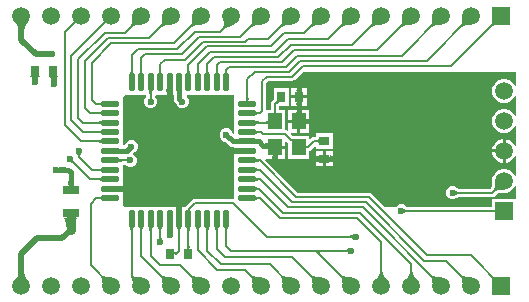
<source format=gtl>
G04*
G04 #@! TF.GenerationSoftware,Altium Limited,Altium Designer,22.4.2 (48)*
G04*
G04 Layer_Physical_Order=1*
G04 Layer_Color=255*
%FSLAX26Y26*%
%MOIN*%
G70*
G04*
G04 #@! TF.SameCoordinates,6CEC26E3-1FB6-4E6F-AFBB-73261986176E*
G04*
G04*
G04 #@! TF.FilePolarity,Positive*
G04*
G01*
G75*
%ADD13C,0.007874*%
%ADD14R,0.031496X0.037402*%
%ADD15R,0.037402X0.031496*%
%ADD16O,0.062992X0.021654*%
%ADD17O,0.021654X0.062992*%
%ADD18R,0.047244X0.055118*%
%ADD19R,0.053150X0.031496*%
%ADD29C,0.015748*%
%ADD30C,0.019685*%
%ADD31C,0.031496*%
%ADD32C,0.059055*%
%ADD33R,0.059055X0.059055*%
%ADD34R,0.059055X0.059055*%
%ADD35C,0.023622*%
G36*
X1681728Y971774D02*
X1681116Y972219D01*
X1680392Y972442D01*
X1679557D01*
X1678610Y972219D01*
X1677552Y971774D01*
X1676383Y971106D01*
X1675102Y970215D01*
X1673710Y969101D01*
X1670592Y966206D01*
X1665025Y971774D01*
X1666584Y973388D01*
X1669034Y976284D01*
X1669924Y977564D01*
X1670592Y978733D01*
X1671038Y979791D01*
X1671261Y980738D01*
Y981573D01*
X1671038Y982297D01*
X1670592Y982909D01*
X1681728Y971774D01*
D02*
G37*
G36*
X1599705Y971655D02*
X1595186Y971632D01*
X1587152Y971170D01*
X1583636Y970731D01*
X1580455Y970153D01*
X1577608Y969435D01*
X1575096Y968579D01*
X1572917Y967584D01*
X1571073Y966450D01*
X1569564Y965177D01*
X1563996Y970745D01*
X1565269Y972254D01*
X1566403Y974098D01*
X1567398Y976277D01*
X1568254Y978789D01*
X1568972Y981636D01*
X1569550Y984817D01*
X1569989Y988333D01*
X1570451Y996367D01*
X1570474Y1000886D01*
X1599705Y971655D01*
D02*
G37*
G36*
X1499705D02*
X1495186Y971632D01*
X1487152Y971170D01*
X1483636Y970731D01*
X1480455Y970153D01*
X1477608Y969435D01*
X1475096Y968579D01*
X1472917Y967584D01*
X1471073Y966450D01*
X1469564Y965177D01*
X1463996Y970745D01*
X1465269Y972254D01*
X1466403Y974098D01*
X1467398Y976277D01*
X1468254Y978789D01*
X1468972Y981636D01*
X1469550Y984817D01*
X1469989Y988333D01*
X1470451Y996367D01*
X1470474Y1000886D01*
X1499705Y971655D01*
D02*
G37*
G36*
X1399705D02*
X1395186Y971632D01*
X1387152Y971170D01*
X1383636Y970731D01*
X1380455Y970153D01*
X1377608Y969435D01*
X1375096Y968579D01*
X1372917Y967584D01*
X1371073Y966450D01*
X1369564Y965177D01*
X1363996Y970745D01*
X1365269Y972254D01*
X1366403Y974098D01*
X1367398Y976277D01*
X1368254Y978789D01*
X1368972Y981636D01*
X1369550Y984817D01*
X1369989Y988333D01*
X1370451Y996367D01*
X1370474Y1000886D01*
X1399705Y971655D01*
D02*
G37*
G36*
X1299705D02*
X1295186Y971632D01*
X1287152Y971170D01*
X1283636Y970731D01*
X1280455Y970153D01*
X1277608Y969435D01*
X1275096Y968579D01*
X1272917Y967584D01*
X1271073Y966450D01*
X1269564Y965177D01*
X1263996Y970745D01*
X1265269Y972254D01*
X1266403Y974098D01*
X1267398Y976277D01*
X1268254Y978789D01*
X1268972Y981636D01*
X1269550Y984817D01*
X1269989Y988333D01*
X1270451Y996367D01*
X1270474Y1000886D01*
X1299705Y971655D01*
D02*
G37*
G36*
X1199705D02*
X1195186Y971632D01*
X1187152Y971170D01*
X1183636Y970731D01*
X1180455Y970153D01*
X1177608Y969435D01*
X1175096Y968579D01*
X1172917Y967584D01*
X1171073Y966450D01*
X1169564Y965177D01*
X1163996Y970745D01*
X1165269Y972254D01*
X1166403Y974098D01*
X1167398Y976277D01*
X1168254Y978789D01*
X1168972Y981636D01*
X1169550Y984817D01*
X1169989Y988333D01*
X1170451Y996367D01*
X1170474Y1000886D01*
X1199705Y971655D01*
D02*
G37*
G36*
X1099705D02*
X1095186Y971632D01*
X1087152Y971170D01*
X1083636Y970731D01*
X1080455Y970153D01*
X1077608Y969435D01*
X1075096Y968579D01*
X1072917Y967584D01*
X1071073Y966450D01*
X1069564Y965177D01*
X1063996Y970745D01*
X1065269Y972254D01*
X1066403Y974098D01*
X1067398Y976277D01*
X1068254Y978789D01*
X1068972Y981636D01*
X1069550Y984817D01*
X1069989Y988333D01*
X1070451Y996367D01*
X1070474Y1000886D01*
X1099705Y971655D01*
D02*
G37*
G36*
X999705D02*
X995186Y971632D01*
X987152Y971170D01*
X983636Y970731D01*
X980455Y970153D01*
X977608Y969435D01*
X975096Y968579D01*
X972917Y967584D01*
X971073Y966450D01*
X969564Y965177D01*
X963996Y970745D01*
X965269Y972254D01*
X966403Y974098D01*
X967398Y976277D01*
X968254Y978789D01*
X968972Y981636D01*
X969550Y984817D01*
X969989Y988333D01*
X970451Y996367D01*
X970474Y1000886D01*
X999705Y971655D01*
D02*
G37*
G36*
X899705D02*
X895186Y971632D01*
X887152Y971170D01*
X883636Y970731D01*
X880455Y970153D01*
X877608Y969435D01*
X875096Y968579D01*
X872917Y967584D01*
X871073Y966450D01*
X869564Y965177D01*
X863996Y970745D01*
X865269Y972254D01*
X866403Y974098D01*
X867398Y976277D01*
X868254Y978789D01*
X868972Y981636D01*
X869550Y984817D01*
X869989Y988333D01*
X870451Y996367D01*
X870474Y1000886D01*
X899705Y971655D01*
D02*
G37*
G36*
X699705D02*
X695186Y971632D01*
X687152Y971170D01*
X683636Y970731D01*
X680455Y970153D01*
X677608Y969435D01*
X675096Y968579D01*
X672917Y967584D01*
X671073Y966450D01*
X669564Y965177D01*
X663996Y970745D01*
X665269Y972254D01*
X666403Y974098D01*
X667398Y976277D01*
X668254Y978789D01*
X668972Y981636D01*
X669550Y984817D01*
X669989Y988333D01*
X670451Y996367D01*
X670474Y1000886D01*
X699705Y971655D01*
D02*
G37*
G36*
X599705D02*
X595186Y971632D01*
X587152Y971170D01*
X583636Y970731D01*
X580455Y970153D01*
X577608Y969435D01*
X575096Y968579D01*
X572917Y967584D01*
X571073Y966450D01*
X569564Y965177D01*
X563996Y970745D01*
X565269Y972254D01*
X566403Y974098D01*
X567398Y976277D01*
X568254Y978789D01*
X568972Y981636D01*
X569550Y984817D01*
X569989Y988333D01*
X570451Y996367D01*
X570474Y1000886D01*
X599705Y971655D01*
D02*
G37*
G36*
X499705D02*
X495186Y971632D01*
X487152Y971170D01*
X483636Y970731D01*
X480455Y970153D01*
X477608Y969435D01*
X475096Y968579D01*
X472917Y967584D01*
X471073Y966450D01*
X469564Y965177D01*
X463996Y970745D01*
X465269Y972254D01*
X466403Y974098D01*
X467398Y976277D01*
X468254Y978789D01*
X468972Y981636D01*
X469550Y984817D01*
X469989Y988333D01*
X470451Y996367D01*
X470474Y1000886D01*
X499705Y971655D01*
D02*
G37*
G36*
X809045Y973073D02*
X803854Y971377D01*
X780622Y962310D01*
X779175Y961415D01*
X778197Y960621D01*
X770755Y964315D01*
X772201Y966020D01*
X773356Y967953D01*
X774218Y970112D01*
X774789Y972499D01*
X775067Y975111D01*
X775053Y977951D01*
X774748Y981017D01*
X774150Y984310D01*
X773260Y987829D01*
X772079Y991575D01*
X809045Y973073D01*
D02*
G37*
G36*
X118612Y977939D02*
X116772Y975720D01*
X115148Y973435D01*
X113740Y971085D01*
X112549Y968671D01*
X111575Y966192D01*
X110817Y963648D01*
X110276Y961038D01*
X109951Y958365D01*
X109843Y955626D01*
X90157D01*
X90049Y958365D01*
X89724Y961038D01*
X89183Y963648D01*
X88425Y966192D01*
X87451Y968671D01*
X86260Y971085D01*
X84852Y973435D01*
X83228Y975720D01*
X81388Y977939D01*
X79331Y980094D01*
X120669D01*
X118612Y977939D01*
D02*
G37*
G36*
X786456Y816019D02*
X786763Y812634D01*
X787032Y811258D01*
X787378Y810095D01*
X787800Y809143D01*
X788300Y808402D01*
X788876Y807873D01*
X789529Y807556D01*
X790259Y807450D01*
X774702D01*
X775432Y807556D01*
X776085Y807873D01*
X776661Y808402D01*
X777160Y809143D01*
X777583Y810095D01*
X777929Y811258D01*
X778198Y812634D01*
X778390Y814221D01*
X778505Y816019D01*
X778543Y818029D01*
X786417D01*
X786456Y816019D01*
D02*
G37*
G36*
X754960D02*
X755267Y812634D01*
X755536Y811258D01*
X755882Y810095D01*
X756304Y809143D01*
X756804Y808402D01*
X757380Y807873D01*
X758033Y807556D01*
X758763Y807450D01*
X743206D01*
X743935Y807556D01*
X744588Y807873D01*
X745165Y808402D01*
X745664Y809143D01*
X746087Y810095D01*
X746433Y811258D01*
X746702Y812634D01*
X746894Y814221D01*
X747009Y816019D01*
X747047Y818029D01*
X754921D01*
X754960Y816019D01*
D02*
G37*
G36*
X723464D02*
X723771Y812634D01*
X724040Y811258D01*
X724386Y810095D01*
X724808Y809143D01*
X725308Y808402D01*
X725884Y807873D01*
X726537Y807556D01*
X727267Y807450D01*
X711709D01*
X712439Y807556D01*
X713092Y807873D01*
X713669Y808402D01*
X714168Y809143D01*
X714591Y810095D01*
X714937Y811258D01*
X715205Y812634D01*
X715398Y814221D01*
X715513Y816019D01*
X715551Y818029D01*
X723425D01*
X723464Y816019D01*
D02*
G37*
G36*
X691968D02*
X692275Y812634D01*
X692544Y811258D01*
X692890Y810095D01*
X693312Y809143D01*
X693812Y808402D01*
X694388Y807873D01*
X695041Y807556D01*
X695771Y807450D01*
X680213D01*
X680943Y807556D01*
X681596Y807873D01*
X682173Y808402D01*
X682672Y809143D01*
X683095Y810095D01*
X683441Y811258D01*
X683709Y812634D01*
X683902Y814221D01*
X684017Y816019D01*
X684055Y818029D01*
X691929D01*
X691968Y816019D01*
D02*
G37*
G36*
X660471D02*
X660779Y812634D01*
X661048Y811258D01*
X661394Y810095D01*
X661816Y809143D01*
X662316Y808402D01*
X662892Y807873D01*
X663545Y807556D01*
X664275Y807450D01*
X648717D01*
X649447Y807556D01*
X650100Y807873D01*
X650677Y808402D01*
X651176Y809143D01*
X651599Y810095D01*
X651944Y811258D01*
X652213Y812634D01*
X652405Y814221D01*
X652521Y816019D01*
X652559Y818029D01*
X660433D01*
X660471Y816019D01*
D02*
G37*
G36*
X565983D02*
X566291Y812634D01*
X566560Y811258D01*
X566905Y810095D01*
X567328Y809143D01*
X567827Y808402D01*
X568404Y807873D01*
X569057Y807556D01*
X569787Y807450D01*
X554229D01*
X554959Y807556D01*
X555612Y807873D01*
X556188Y808402D01*
X556688Y809143D01*
X557111Y810095D01*
X557456Y811258D01*
X557725Y812634D01*
X557917Y814221D01*
X558033Y816019D01*
X558071Y818029D01*
X565945D01*
X565983Y816019D01*
D02*
G37*
G36*
X502991D02*
X503299Y812634D01*
X503567Y811258D01*
X503913Y810095D01*
X504336Y809143D01*
X504835Y808402D01*
X505412Y807873D01*
X506065Y807556D01*
X506795Y807450D01*
X491237D01*
X491967Y807556D01*
X492620Y807873D01*
X493196Y808402D01*
X493696Y809143D01*
X494118Y810095D01*
X494464Y811258D01*
X494733Y812634D01*
X494925Y814221D01*
X495040Y816019D01*
X495079Y818029D01*
X502953D01*
X502991Y816019D01*
D02*
G37*
G36*
X471495D02*
X471803Y812634D01*
X472071Y811258D01*
X472417Y810095D01*
X472840Y809143D01*
X473339Y808402D01*
X473916Y807873D01*
X474569Y807556D01*
X475298Y807450D01*
X459741D01*
X460471Y807556D01*
X461124Y807873D01*
X461700Y808402D01*
X462200Y809143D01*
X462622Y810095D01*
X462968Y811258D01*
X463237Y812634D01*
X463429Y814221D01*
X463544Y816019D01*
X463583Y818029D01*
X471457D01*
X471495Y816019D01*
D02*
G37*
G36*
X159824Y799175D02*
X158506Y798703D01*
X157343Y797915D01*
X156335Y796813D01*
X155482Y795396D01*
X154784Y793663D01*
X154241Y791616D01*
X153865Y789324D01*
X153937Y787962D01*
X153741D01*
X153621Y786577D01*
X153543Y783585D01*
X137795D01*
X137718Y786577D01*
X137597Y787962D01*
X137402D01*
X137476Y788106D01*
X137543Y788384D01*
X137554Y788460D01*
X137485Y789254D01*
X137097Y791616D01*
X136555Y793663D01*
X135857Y795396D01*
X135004Y796813D01*
X133996Y797915D01*
X132833Y798703D01*
X131515Y799175D01*
X130041Y799333D01*
X161297D01*
X159824Y799175D01*
D02*
G37*
G36*
X222321Y799333D02*
X220881Y799175D01*
X219592Y798703D01*
X218454Y797915D01*
X217469Y796813D01*
X216635Y795396D01*
X215953Y793663D01*
X215422Y791616D01*
X215043Y789254D01*
X214934Y787967D01*
X215128Y785042D01*
X215231Y784742D01*
X215346Y784573D01*
X214764Y784533D01*
X214740Y783585D01*
X200987D01*
X198850Y783437D01*
X198877Y783539D01*
X198901Y783778D01*
X198941Y784673D01*
X198946Y785329D01*
X198913Y786594D01*
X198677Y789287D01*
X198283Y791665D01*
X197732Y793726D01*
X197023Y795471D01*
X196157Y796899D01*
X195133Y798012D01*
X193952Y798808D01*
X192614Y799288D01*
X191118Y799453D01*
X222321Y799333D01*
D02*
G37*
G36*
X1749415Y769649D02*
X1744415Y768309D01*
X1740291Y775452D01*
X1732932Y782811D01*
X1723918Y788015D01*
X1713865Y790709D01*
X1703457D01*
X1693404Y788015D01*
X1684391Y782811D01*
X1677032Y775452D01*
X1671828Y766438D01*
X1669134Y756385D01*
Y745977D01*
X1671828Y735924D01*
X1677032Y726911D01*
X1684391Y719551D01*
X1693404Y714347D01*
X1703457Y711654D01*
X1713865D01*
X1723918Y714347D01*
X1732932Y719551D01*
X1740291Y726911D01*
X1744415Y734053D01*
X1749415Y732714D01*
Y669649D01*
X1744415Y668309D01*
X1740291Y675452D01*
X1732932Y682811D01*
X1723918Y688015D01*
X1713865Y690709D01*
X1703457D01*
X1693404Y688015D01*
X1684391Y682811D01*
X1677032Y675452D01*
X1671828Y666438D01*
X1669134Y656385D01*
Y645977D01*
X1671828Y635924D01*
X1677032Y626911D01*
X1684391Y619551D01*
X1693404Y614347D01*
X1703457Y611654D01*
X1713865D01*
X1723918Y614347D01*
X1732932Y619551D01*
X1740291Y626911D01*
X1744415Y634053D01*
X1749415Y632714D01*
Y569649D01*
X1744415Y568309D01*
X1740291Y575452D01*
X1732932Y582811D01*
X1723918Y588015D01*
X1713865Y590709D01*
X1713661D01*
Y551181D01*
Y511654D01*
X1713865D01*
X1723918Y514347D01*
X1732932Y519551D01*
X1740291Y526911D01*
X1744415Y534053D01*
X1749415Y532714D01*
Y469649D01*
X1744415Y468309D01*
X1740291Y475452D01*
X1732932Y482811D01*
X1723918Y488015D01*
X1713865Y490709D01*
X1703457D01*
X1693404Y488015D01*
X1684391Y482811D01*
X1677032Y475452D01*
X1671828Y466438D01*
X1669134Y456385D01*
Y451889D01*
X1668939Y450937D01*
X1668918Y446685D01*
X1668491Y439259D01*
X1668129Y436362D01*
X1667663Y433796D01*
X1667130Y431684D01*
X1666573Y430048D01*
X1666051Y428905D01*
X1665669Y428285D01*
X1663012Y425627D01*
X1554969D01*
X1554910Y425639D01*
X1554724Y425695D01*
X1554533Y425770D01*
X1554322Y425874D01*
X1554082Y426018D01*
X1553803Y426216D01*
X1553480Y426484D01*
X1552876Y427060D01*
X1552130Y427534D01*
X1549756Y429908D01*
X1541740Y433228D01*
X1533063D01*
X1525047Y429908D01*
X1518911Y423772D01*
X1515591Y415756D01*
Y407079D01*
X1518911Y399062D01*
X1525047Y392927D01*
X1533063Y389606D01*
X1541740D01*
X1549756Y392927D01*
X1552130Y395300D01*
X1552876Y395774D01*
X1553480Y396351D01*
X1553803Y396618D01*
X1554082Y396817D01*
X1554322Y396961D01*
X1554533Y397065D01*
X1554724Y397140D01*
X1554911Y397195D01*
X1554968Y397207D01*
X1668898D01*
X1674335Y398289D01*
X1678946Y401369D01*
X1685765Y408189D01*
X1686386Y408571D01*
X1687528Y409093D01*
X1689165Y409650D01*
X1691276Y410182D01*
X1693843Y410649D01*
X1696739Y411011D01*
X1704166Y411438D01*
X1708417Y411459D01*
X1709370Y411654D01*
X1713865D01*
X1723918Y414347D01*
X1732932Y419551D01*
X1740291Y426911D01*
X1744415Y434053D01*
X1749415Y432714D01*
Y395201D01*
X1748189Y390709D01*
X1669134D01*
Y365588D01*
X1383709D01*
X1383651Y365600D01*
X1383464Y365656D01*
X1383273Y365731D01*
X1383063Y365834D01*
X1382822Y365978D01*
X1382543Y366177D01*
X1382221Y366444D01*
X1381616Y367021D01*
X1380870Y367495D01*
X1378497Y369868D01*
X1370480Y373189D01*
X1361803D01*
X1353787Y369868D01*
X1349076Y365158D01*
X1309466D01*
X1267922Y406702D01*
X1263312Y409782D01*
X1257874Y410863D01*
X1022618D01*
X913049Y520433D01*
X915120Y525433D01*
X936700D01*
X936693Y525518D01*
X936299Y527898D01*
X935748Y529961D01*
X935039Y531706D01*
X934173Y533134D01*
X933150Y534245D01*
X931968Y535038D01*
X930630Y535514D01*
X929134Y535673D01*
X939882D01*
Y562992D01*
X944882D01*
Y567992D01*
X978504D01*
Y579513D01*
X983123Y581426D01*
X987984Y576566D01*
X990000Y575219D01*
Y525433D01*
X1057244D01*
Y551017D01*
X1061343Y551832D01*
X1065954Y554913D01*
X1075932Y564891D01*
X1080551Y562977D01*
Y558898D01*
X1137953D01*
Y610394D01*
X1080551D01*
Y598856D01*
X1075591D01*
X1070153Y597774D01*
X1065543Y594694D01*
X1061863Y591015D01*
X1057244Y592928D01*
Y600551D01*
X1005310D01*
X1003937Y600824D01*
X1003918D01*
X997314Y607428D01*
X999227Y612047D01*
X1018622D01*
Y644606D01*
X990000D01*
Y621288D01*
X985000Y618615D01*
X983784Y619428D01*
X978504Y620478D01*
Y687165D01*
X959092D01*
Y700807D01*
X959400Y701115D01*
X960565Y702199D01*
X960865Y702441D01*
X992126D01*
Y759842D01*
X940630D01*
Y722725D01*
X939562Y721469D01*
X934834Y716741D01*
X931754Y712131D01*
X930672Y706693D01*
Y687165D01*
X916769D01*
Y778563D01*
X923209Y785003D01*
X1002953D01*
X1008391Y786084D01*
X1013001Y789165D01*
X1036828Y812992D01*
X1749415D01*
Y769649D01*
D02*
G37*
G36*
X537561Y751500D02*
X536908Y751182D01*
X536331Y750653D01*
X535832Y749913D01*
X535409Y748961D01*
X535064Y747797D01*
X534795Y746422D01*
X534603Y744835D01*
X534487Y743036D01*
X534449Y741026D01*
X526575D01*
X526537Y743036D01*
X526229Y746422D01*
X525960Y747797D01*
X525615Y748961D01*
X525192Y749913D01*
X524692Y750653D01*
X524116Y751182D01*
X523463Y751500D01*
X522733Y751605D01*
X538291D01*
X537561Y751500D01*
D02*
G37*
G36*
X635160Y755255D02*
X634917Y754208D01*
X634703Y752923D01*
X634361Y749639D01*
X634061Y742924D01*
X634004Y737257D01*
X618256Y734790D01*
X618230Y737725D01*
X617604Y747092D01*
X617317Y748840D01*
X616978Y750351D01*
X616587Y751624D01*
X616143Y752660D01*
X615648Y753459D01*
X635431Y756063D01*
X635160Y755255D01*
D02*
G37*
G36*
X857323Y725816D02*
X857441Y724457D01*
X857638Y723258D01*
X857913Y722218D01*
X858268Y721339D01*
X858701Y720620D01*
X859213Y720060D01*
X859803Y719660D01*
X860472Y719420D01*
X861221Y719341D01*
X845472D01*
X846221Y719420D01*
X846890Y719660D01*
X847480Y720060D01*
X847992Y720620D01*
X848425Y721339D01*
X848780Y722218D01*
X849055Y723258D01*
X849252Y724457D01*
X849370Y725816D01*
X849409Y727335D01*
X857284D01*
X857323Y725816D01*
D02*
G37*
G36*
X961885Y712681D02*
X961284Y713114D01*
X960568Y713325D01*
X959739Y713313D01*
X958796Y713078D01*
X957740Y712621D01*
X956569Y711941D01*
X955285Y711038D01*
X953887Y709912D01*
X950750Y706993D01*
X945182Y712561D01*
X946753Y714186D01*
X949227Y717096D01*
X950130Y718380D01*
X950810Y719551D01*
X951267Y720607D01*
X951502Y721550D01*
X951514Y722379D01*
X951303Y723095D01*
X950870Y723696D01*
X961885Y712681D01*
D02*
G37*
G36*
X368731Y700883D02*
X368625Y701612D01*
X368308Y702266D01*
X367779Y702842D01*
X367038Y703341D01*
X366086Y703764D01*
X364923Y704110D01*
X363547Y704379D01*
X361961Y704571D01*
X360162Y704686D01*
X358152Y704724D01*
Y712598D01*
X360162Y712637D01*
X363547Y712944D01*
X364923Y713213D01*
X366086Y713559D01*
X367038Y713981D01*
X367779Y714481D01*
X368308Y715057D01*
X368625Y715710D01*
X368731Y716440D01*
Y700883D01*
D02*
G37*
G36*
X603823Y755596D02*
X603723Y754764D01*
X603558Y752004D01*
X603362Y736221D01*
X607906D01*
Y725249D01*
X607906Y725248D01*
X609293Y718274D01*
X613243Y712362D01*
X614016Y711589D01*
Y711213D01*
X617336Y703196D01*
X623472Y697061D01*
X631488Y693740D01*
X640165D01*
X648182Y697061D01*
X654317Y703196D01*
X657638Y711213D01*
Y719890D01*
X654317Y727906D01*
X651003Y731221D01*
X653074Y736221D01*
X807087D01*
X810039Y733268D01*
Y609077D01*
X809256Y608753D01*
X804291Y608669D01*
X800971Y616686D01*
X794835Y622821D01*
X786819Y626142D01*
X778142D01*
X770125Y622821D01*
X763990Y616686D01*
X760669Y608669D01*
Y599992D01*
X763990Y591976D01*
X770125Y585840D01*
X778142Y582520D01*
X778470D01*
X778953Y582085D01*
X791247Y569791D01*
X791247Y569791D01*
X797160Y565840D01*
X804134Y564453D01*
X804134Y564453D01*
X810039D01*
Y561059D01*
X829882Y561612D01*
Y540750D01*
X829415Y540862D01*
X828583Y540962D01*
X825823Y541127D01*
X810039Y541323D01*
Y395125D01*
X806174Y391953D01*
X805118Y392163D01*
X677165D01*
X671727Y391081D01*
X667117Y388001D01*
X648417Y369300D01*
X645649Y365158D01*
X634905D01*
X635431Y346299D01*
X614569D01*
X614681Y346766D01*
X614781Y347598D01*
X614946Y350358D01*
X615130Y365158D01*
X443898D01*
X439961Y369094D01*
Y415319D01*
X420118Y414766D01*
Y435628D01*
X420585Y435516D01*
X421417Y435416D01*
X424177Y435251D01*
X439961Y435055D01*
Y505475D01*
X445963D01*
X450243Y501195D01*
X458260Y497874D01*
X466937D01*
X474953Y501195D01*
X481089Y507330D01*
X484409Y515346D01*
Y524024D01*
X481089Y532040D01*
X474953Y538176D01*
X471757Y539500D01*
X471732Y539628D01*
X472254Y544706D01*
X478890Y547454D01*
X485026Y553590D01*
X488346Y561606D01*
Y570283D01*
X485026Y578300D01*
X478890Y584435D01*
X470874Y587756D01*
X462197D01*
X454180Y584435D01*
X448045Y578300D01*
X444724Y570284D01*
X441936Y570617D01*
X440593Y570936D01*
X439961Y571187D01*
Y732284D01*
X443898Y736221D01*
X513969D01*
X515336Y731221D01*
X512021Y727906D01*
X508701Y719890D01*
Y711213D01*
X512021Y703196D01*
X518157Y697061D01*
X526173Y693740D01*
X534850D01*
X542867Y697061D01*
X549002Y703196D01*
X552323Y711213D01*
Y719890D01*
X549002Y727906D01*
X545688Y731221D01*
X547054Y736221D01*
X583626D01*
X583073Y756063D01*
X603935D01*
X603823Y755596D01*
D02*
G37*
G36*
X948858Y683400D02*
X948976Y682042D01*
X949173Y680842D01*
X949449Y679803D01*
X949803Y678924D01*
X950236Y678204D01*
X950748Y677645D01*
X951339Y677245D01*
X952008Y677005D01*
X952756Y676925D01*
X937008D01*
X937756Y677005D01*
X938425Y677245D01*
X939016Y677645D01*
X939528Y678204D01*
X939961Y678924D01*
X940315Y679803D01*
X940591Y680842D01*
X940787Y682042D01*
X940905Y683400D01*
X940945Y684919D01*
X948819D01*
X948858Y683400D01*
D02*
G37*
G36*
X881375Y684214D02*
X881692Y683561D01*
X882221Y682985D01*
X882962Y682485D01*
X883914Y682063D01*
X885077Y681717D01*
X886453Y681448D01*
X888039Y681256D01*
X889838Y681141D01*
X891848Y681102D01*
Y673228D01*
X889838Y673190D01*
X886453Y672883D01*
X885077Y672614D01*
X883914Y672268D01*
X882962Y671845D01*
X882221Y671346D01*
X881692Y670769D01*
X881375Y670116D01*
X881269Y669386D01*
Y684944D01*
X881375Y684214D01*
D02*
G37*
G36*
X368731Y669386D02*
X368625Y670116D01*
X368308Y670769D01*
X367779Y671346D01*
X367038Y671845D01*
X366086Y672268D01*
X364923Y672614D01*
X363547Y672883D01*
X361961Y673075D01*
X360162Y673190D01*
X358152Y673228D01*
Y681102D01*
X360162Y681141D01*
X363547Y681448D01*
X364923Y681717D01*
X366086Y682063D01*
X367038Y682485D01*
X367779Y682985D01*
X368308Y683561D01*
X368625Y684214D01*
X368731Y684944D01*
Y669386D01*
D02*
G37*
G36*
X881375Y652718D02*
X881692Y652065D01*
X882221Y651489D01*
X882962Y650989D01*
X883914Y650567D01*
X885077Y650221D01*
X886453Y649952D01*
X888039Y649760D01*
X889838Y649645D01*
X891848Y649606D01*
Y641732D01*
X889838Y641694D01*
X886453Y641386D01*
X885077Y641117D01*
X883914Y640772D01*
X882962Y640349D01*
X882221Y639850D01*
X881692Y639273D01*
X881375Y638620D01*
X881269Y637890D01*
Y653448D01*
X881375Y652718D01*
D02*
G37*
G36*
X368731Y637890D02*
X368625Y638620D01*
X368308Y639273D01*
X367779Y639850D01*
X367038Y640349D01*
X366086Y640772D01*
X364923Y641117D01*
X363547Y641386D01*
X361961Y641578D01*
X360162Y641694D01*
X358152Y641732D01*
Y649606D01*
X360162Y649645D01*
X363547Y649952D01*
X364923Y650221D01*
X366086Y650567D01*
X367038Y650989D01*
X367779Y651489D01*
X368308Y652065D01*
X368625Y652718D01*
X368731Y653448D01*
Y637890D01*
D02*
G37*
G36*
X921500Y637795D02*
X921420Y638543D01*
X921180Y639212D01*
X920780Y639803D01*
X920221Y640315D01*
X919501Y640748D01*
X918622Y641102D01*
X917583Y641378D01*
X916384Y641575D01*
X915025Y641693D01*
X913506Y641732D01*
Y649606D01*
X915025Y649646D01*
X916384Y649764D01*
X917583Y649961D01*
X918622Y650236D01*
X919501Y650590D01*
X920221Y651024D01*
X920780Y651535D01*
X921180Y652126D01*
X921420Y652795D01*
X921500Y653543D01*
Y637795D01*
D02*
G37*
G36*
X881375Y621222D02*
X881692Y620569D01*
X882221Y619993D01*
X882962Y619493D01*
X883914Y619071D01*
X885077Y618725D01*
X886453Y618456D01*
X888039Y618264D01*
X889838Y618149D01*
X891848Y618110D01*
Y610236D01*
X889838Y610198D01*
X886453Y609890D01*
X885077Y609621D01*
X883914Y609276D01*
X882962Y608853D01*
X882221Y608354D01*
X881692Y607777D01*
X881375Y607124D01*
X881269Y606394D01*
Y621952D01*
X881375Y621222D01*
D02*
G37*
G36*
X368731Y606394D02*
X368625Y607124D01*
X368308Y607777D01*
X367779Y608354D01*
X367038Y608853D01*
X366086Y609276D01*
X364923Y609621D01*
X363547Y609890D01*
X361961Y610082D01*
X360162Y610198D01*
X358152Y610236D01*
Y618110D01*
X360162Y618149D01*
X363547Y618456D01*
X364923Y618725D01*
X366086Y619071D01*
X367038Y619493D01*
X367779Y619993D01*
X368308Y620569D01*
X368625Y621222D01*
X368731Y621952D01*
Y606394D01*
D02*
G37*
G36*
X794340Y604058D02*
X794489Y603814D01*
X794738Y603481D01*
X795536Y602549D01*
X798334Y599618D01*
X799284Y598663D01*
X788149Y587527D01*
X782598Y592520D01*
X794291Y604213D01*
X794340Y604058D01*
D02*
G37*
G36*
X1090791Y576772D02*
X1090711Y577520D01*
X1090471Y578189D01*
X1090072Y578780D01*
X1089512Y579291D01*
X1088793Y579724D01*
X1087913Y580079D01*
X1086874Y580354D01*
X1085675Y580551D01*
X1084316Y580669D01*
X1082797Y580709D01*
Y588583D01*
X1084316Y588622D01*
X1085675Y588740D01*
X1086874Y588937D01*
X1087913Y589213D01*
X1088793Y589567D01*
X1089512Y590000D01*
X1090072Y590512D01*
X1090471Y591102D01*
X1090711Y591772D01*
X1090791Y592520D01*
Y576772D01*
D02*
G37*
G36*
X368731Y574898D02*
X368625Y575628D01*
X368308Y576281D01*
X367779Y576858D01*
X367038Y577357D01*
X366086Y577780D01*
X364923Y578125D01*
X363547Y578394D01*
X361961Y578586D01*
X360162Y578702D01*
X358152Y578740D01*
Y586614D01*
X360162Y586653D01*
X363547Y586960D01*
X364923Y587229D01*
X366086Y587574D01*
X367038Y587997D01*
X367779Y588497D01*
X368308Y589073D01*
X368625Y589726D01*
X368731Y590456D01*
Y574898D01*
D02*
G37*
G36*
X827278Y573325D02*
X826754Y573606D01*
X825954Y573857D01*
X824878Y574079D01*
X823525Y574271D01*
X819990Y574567D01*
X812615Y574788D01*
X809603Y574803D01*
Y590551D01*
X812615Y590566D01*
X824878Y591275D01*
X825954Y591497D01*
X826754Y591749D01*
X827278Y592029D01*
Y573325D01*
D02*
G37*
G36*
X1047203Y572087D02*
X1047439Y571417D01*
X1047833Y570827D01*
X1048384Y570315D01*
X1049093Y569882D01*
X1049959Y569528D01*
X1050982Y569252D01*
X1052164Y569055D01*
X1053502Y568937D01*
X1054998Y568898D01*
Y561024D01*
X1053502Y560984D01*
X1052164Y560866D01*
X1050982Y560669D01*
X1049959Y560394D01*
X1049093Y560039D01*
X1048384Y559606D01*
X1047833Y559095D01*
X1047439Y558504D01*
X1047203Y557835D01*
X1047124Y557087D01*
Y572835D01*
X1047203Y572087D01*
D02*
G37*
G36*
X921500Y553030D02*
X921349Y554376D01*
X920897Y555582D01*
X920143Y556645D01*
X919087Y557566D01*
X917729Y558346D01*
X916070Y558984D01*
X914109Y559480D01*
X911847Y559835D01*
X909283Y560047D01*
X906417Y560118D01*
Y575866D01*
X909283Y575937D01*
X911847Y576150D01*
X914109Y576504D01*
X916070Y577000D01*
X917729Y577639D01*
X919087Y578418D01*
X920143Y579340D01*
X920897Y580403D01*
X921349Y581608D01*
X921500Y582955D01*
Y553030D01*
D02*
G37*
G36*
X466417Y554135D02*
X466263Y554086D01*
X466019Y553937D01*
X465686Y553687D01*
X464754Y552889D01*
X461822Y550091D01*
X460867Y549141D01*
X449732Y560277D01*
X454725Y565827D01*
X466417Y554135D01*
D02*
G37*
G36*
X423246Y560253D02*
X424046Y560001D01*
X425122Y559779D01*
X426475Y559587D01*
X430010Y559292D01*
X437385Y559070D01*
X440397Y559055D01*
Y543307D01*
X437385Y543292D01*
X425122Y542583D01*
X424046Y542361D01*
X423246Y542110D01*
X422722Y541829D01*
Y560533D01*
X423246Y560253D01*
D02*
G37*
G36*
X298597Y541746D02*
X297900Y540926D01*
X297285Y540066D01*
X296752Y539168D01*
X296301Y538231D01*
X295932Y537254D01*
X295645Y536239D01*
X295440Y535185D01*
X295317Y534091D01*
X295276Y532959D01*
X287402D01*
X287361Y534091D01*
X287238Y535185D01*
X287033Y536239D01*
X286745Y537254D01*
X286376Y538231D01*
X285925Y539168D01*
X285392Y540066D01*
X284777Y540926D01*
X284080Y541746D01*
X283301Y542527D01*
X299377D01*
X298597Y541746D01*
D02*
G37*
G36*
X881375Y526734D02*
X881692Y526081D01*
X882221Y525505D01*
X882962Y525005D01*
X883914Y524582D01*
X885077Y524237D01*
X886453Y523968D01*
X888039Y523776D01*
X889838Y523660D01*
X891848Y523622D01*
Y515748D01*
X889838Y515710D01*
X886453Y515402D01*
X885077Y515133D01*
X883914Y514788D01*
X882962Y514365D01*
X882221Y513865D01*
X881692Y513289D01*
X881375Y512636D01*
X881269Y511906D01*
Y527464D01*
X881375Y526734D01*
D02*
G37*
G36*
X424682D02*
X424999Y526081D01*
X425528Y525505D01*
X426269Y525005D01*
X427221Y524582D01*
X428384Y524237D01*
X429760Y523968D01*
X431346Y523776D01*
X433145Y523660D01*
X435155Y523622D01*
Y515748D01*
X433145Y515710D01*
X429760Y515402D01*
X428384Y515133D01*
X427221Y514788D01*
X426269Y514365D01*
X425528Y513865D01*
X424999Y513289D01*
X424682Y512636D01*
X424576Y511906D01*
Y527464D01*
X424682Y526734D01*
D02*
G37*
G36*
X272571Y523602D02*
X272620Y522468D01*
X272756Y521374D01*
X272980Y520320D01*
X273291Y519306D01*
X273690Y518333D01*
X274176Y517399D01*
X274750Y516506D01*
X275412Y515653D01*
X276161Y514840D01*
X270244Y509621D01*
X269447Y510360D01*
X268605Y511027D01*
X267718Y511623D01*
X266786Y512148D01*
X265809Y512601D01*
X264787Y512982D01*
X263720Y513292D01*
X262608Y513531D01*
X261451Y513698D01*
X260249Y513794D01*
X272610Y524777D01*
X272571Y523602D01*
D02*
G37*
G36*
X225114Y497366D02*
X225392Y497299D01*
X225803Y497240D01*
X227027Y497146D01*
X231078Y497051D01*
X232425Y497047D01*
Y481299D01*
X224970Y480906D01*
Y497441D01*
X225114Y497366D01*
D02*
G37*
G36*
X881375Y495238D02*
X881692Y494585D01*
X882221Y494008D01*
X882962Y493509D01*
X883914Y493086D01*
X885077Y492741D01*
X886453Y492472D01*
X888039Y492280D01*
X889838Y492164D01*
X891848Y492126D01*
Y484252D01*
X889838Y484214D01*
X886453Y483906D01*
X885077Y483637D01*
X883914Y483291D01*
X882962Y482869D01*
X882221Y482369D01*
X881692Y481793D01*
X881375Y481140D01*
X881269Y480410D01*
Y495968D01*
X881375Y495238D01*
D02*
G37*
G36*
X368731Y480410D02*
X368625Y481140D01*
X368308Y481793D01*
X367779Y482369D01*
X367038Y482869D01*
X366086Y483291D01*
X364923Y483637D01*
X363547Y483906D01*
X361961Y484098D01*
X360162Y484214D01*
X358152Y484252D01*
Y492126D01*
X360162Y492164D01*
X363547Y492472D01*
X364923Y492741D01*
X366086Y493086D01*
X367038Y493509D01*
X367779Y494008D01*
X368308Y494585D01*
X368625Y495238D01*
X368731Y495968D01*
Y480410D01*
D02*
G37*
G36*
X881375Y463742D02*
X881692Y463089D01*
X882221Y462512D01*
X882962Y462013D01*
X883914Y461590D01*
X885077Y461245D01*
X886453Y460976D01*
X888039Y460784D01*
X889838Y460668D01*
X891848Y460630D01*
Y452756D01*
X889838Y452717D01*
X886453Y452410D01*
X885077Y452141D01*
X883914Y451796D01*
X882962Y451373D01*
X882221Y450873D01*
X881692Y450297D01*
X881375Y449644D01*
X881269Y448914D01*
Y464472D01*
X881375Y463742D01*
D02*
G37*
G36*
X368731Y448914D02*
X368625Y449644D01*
X368308Y450297D01*
X367779Y450873D01*
X367038Y451373D01*
X366086Y451796D01*
X364923Y452141D01*
X363547Y452410D01*
X361961Y452602D01*
X360162Y452717D01*
X358152Y452756D01*
Y460630D01*
X360162Y460668D01*
X363547Y460976D01*
X364923Y461245D01*
X366086Y461590D01*
X367038Y462013D01*
X367779Y462512D01*
X368308Y463089D01*
X368625Y463742D01*
X368731Y464472D01*
Y448914D01*
D02*
G37*
G36*
X271732Y449621D02*
X271969Y446923D01*
X272362Y444543D01*
X272913Y442480D01*
X273622Y440735D01*
X274488Y439307D01*
X275512Y438196D01*
X276693Y437402D01*
X278031Y436926D01*
X279527Y436768D01*
X248031D01*
X249528Y436926D01*
X250866Y437402D01*
X252047Y438196D01*
X253071Y439307D01*
X253937Y440735D01*
X254646Y442480D01*
X255197Y444543D01*
X255590Y446923D01*
X255827Y449621D01*
X255905Y452636D01*
X271654D01*
X271732Y449621D01*
D02*
G37*
G36*
X881375Y432246D02*
X881692Y431593D01*
X882221Y431016D01*
X882962Y430517D01*
X883914Y430094D01*
X885077Y429748D01*
X886453Y429480D01*
X888039Y429288D01*
X889838Y429172D01*
X891848Y429134D01*
Y421260D01*
X889838Y421221D01*
X886453Y420914D01*
X885077Y420645D01*
X883914Y420299D01*
X882962Y419877D01*
X882221Y419377D01*
X881692Y418801D01*
X881375Y418148D01*
X881269Y417418D01*
Y432976D01*
X881375Y432246D01*
D02*
G37*
G36*
X1708366Y421655D02*
X1703848Y421632D01*
X1695813Y421170D01*
X1692298Y420731D01*
X1689117Y420153D01*
X1686270Y419435D01*
X1683757Y418579D01*
X1681579Y417584D01*
X1679735Y416450D01*
X1678225Y415177D01*
X1672657Y420745D01*
X1673930Y422254D01*
X1675064Y424098D01*
X1676060Y426277D01*
X1676916Y428789D01*
X1677633Y431636D01*
X1678211Y434817D01*
X1678651Y438333D01*
X1679113Y446367D01*
X1679135Y450886D01*
X1708366Y421655D01*
D02*
G37*
G36*
X1546698Y418862D02*
X1547586Y418126D01*
X1548500Y417476D01*
X1549440Y416913D01*
X1550406Y416437D01*
X1551397Y416047D01*
X1552415Y415744D01*
X1553459Y415527D01*
X1554528Y415398D01*
X1555624Y415354D01*
Y407480D01*
X1554528Y407437D01*
X1553459Y407307D01*
X1552415Y407091D01*
X1551397Y406787D01*
X1550406Y406398D01*
X1549440Y405921D01*
X1548500Y405358D01*
X1547586Y404709D01*
X1546698Y403972D01*
X1545836Y403150D01*
Y419685D01*
X1546698Y418862D01*
D02*
G37*
G36*
X881375Y400750D02*
X881692Y400096D01*
X882221Y399520D01*
X882962Y399021D01*
X883914Y398598D01*
X885077Y398252D01*
X886453Y397983D01*
X888039Y397791D01*
X889838Y397676D01*
X891848Y397638D01*
Y389764D01*
X889838Y389725D01*
X886453Y389418D01*
X885077Y389149D01*
X883914Y388803D01*
X882962Y388381D01*
X882221Y387881D01*
X881692Y387305D01*
X881375Y386652D01*
X881269Y385922D01*
Y401479D01*
X881375Y400750D01*
D02*
G37*
G36*
X368731Y385922D02*
X368625Y386652D01*
X368308Y387305D01*
X367779Y387881D01*
X367038Y388381D01*
X366086Y388803D01*
X364923Y389149D01*
X363547Y389418D01*
X361961Y389610D01*
X360162Y389725D01*
X358152Y389764D01*
Y397638D01*
X360162Y397676D01*
X363547Y397983D01*
X364923Y398252D01*
X366086Y398598D01*
X367038Y399021D01*
X367779Y399520D01*
X368308Y400096D01*
X368625Y400750D01*
X368731Y401479D01*
Y385922D01*
D02*
G37*
G36*
X662414Y357807D02*
X662701Y353491D01*
X662833Y352779D01*
X662989Y352214D01*
X663168Y351795D01*
X663372Y351523D01*
X663600Y351397D01*
X653302Y353640D01*
X653535Y353648D01*
X653743Y353779D01*
X653927Y354033D01*
X654087Y354410D01*
X654221Y354909D01*
X654332Y355532D01*
X654417Y356278D01*
X654515Y358138D01*
X654528Y359252D01*
X662402D01*
X662414Y357807D01*
D02*
G37*
G36*
X1679374Y343504D02*
X1679294Y344252D01*
X1679054Y344921D01*
X1678654Y345512D01*
X1678095Y346024D01*
X1677375Y346457D01*
X1676496Y346811D01*
X1675457Y347087D01*
X1674258Y347284D01*
X1672899Y347402D01*
X1671380Y347441D01*
Y355315D01*
X1672899Y355354D01*
X1674258Y355473D01*
X1675457Y355669D01*
X1676496Y355945D01*
X1677375Y356299D01*
X1678095Y356732D01*
X1678654Y357244D01*
X1679054Y357835D01*
X1679294Y358504D01*
X1679374Y359252D01*
Y343504D01*
D02*
G37*
G36*
X1375438Y358823D02*
X1376326Y358087D01*
X1377240Y357437D01*
X1378180Y356874D01*
X1379146Y356398D01*
X1380138Y356008D01*
X1381155Y355705D01*
X1382199Y355488D01*
X1383268Y355358D01*
X1384364Y355315D01*
Y347441D01*
X1383268Y347398D01*
X1382199Y347268D01*
X1381155Y347051D01*
X1380138Y346748D01*
X1379146Y346358D01*
X1378180Y345882D01*
X1377240Y345319D01*
X1376326Y344669D01*
X1375438Y343933D01*
X1374576Y343110D01*
Y359646D01*
X1375438Y358823D01*
D02*
G37*
G36*
X288200Y328545D02*
X286380Y327600D01*
X284774Y326026D01*
X283382Y323821D01*
X282204Y320986D01*
X281241Y317522D01*
X280491Y313427D01*
X279956Y308703D01*
X279635Y303348D01*
X279528Y297364D01*
X248031D01*
X247924Y303348D01*
X247068Y313427D01*
X246318Y317522D01*
X245355Y320986D01*
X244177Y323821D01*
X242785Y326026D01*
X241179Y327600D01*
X239359Y328545D01*
X237325Y328860D01*
X290234D01*
X288200Y328545D01*
D02*
G37*
G36*
X789529Y294807D02*
X788876Y294489D01*
X788300Y293960D01*
X787800Y293220D01*
X787378Y292267D01*
X787032Y291104D01*
X786763Y289728D01*
X786571Y288142D01*
X786456Y286343D01*
X786417Y284333D01*
X778543D01*
X778505Y286343D01*
X778198Y289728D01*
X777929Y291104D01*
X777583Y292267D01*
X777160Y293220D01*
X776661Y293960D01*
X776085Y294489D01*
X775432Y294807D01*
X774702Y294912D01*
X790259D01*
X789529Y294807D01*
D02*
G37*
G36*
X758033D02*
X757380Y294489D01*
X756804Y293960D01*
X756304Y293220D01*
X755882Y292267D01*
X755536Y291104D01*
X755267Y289728D01*
X755075Y288142D01*
X754960Y286343D01*
X754921Y284333D01*
X747047D01*
X747009Y286343D01*
X746702Y289728D01*
X746433Y291104D01*
X746087Y292267D01*
X745664Y293220D01*
X745165Y293960D01*
X744588Y294489D01*
X743935Y294807D01*
X743206Y294912D01*
X758763D01*
X758033Y294807D01*
D02*
G37*
G36*
X726537D02*
X725884Y294489D01*
X725308Y293960D01*
X724808Y293220D01*
X724386Y292267D01*
X724040Y291104D01*
X723771Y289728D01*
X723579Y288142D01*
X723464Y286343D01*
X723425Y284333D01*
X715551D01*
X715513Y286343D01*
X715205Y289728D01*
X714937Y291104D01*
X714591Y292267D01*
X714168Y293220D01*
X713669Y293960D01*
X713092Y294489D01*
X712439Y294807D01*
X711709Y294912D01*
X727267D01*
X726537Y294807D01*
D02*
G37*
G36*
X695041D02*
X694388Y294489D01*
X693812Y293960D01*
X693312Y293220D01*
X692890Y292267D01*
X692544Y291104D01*
X692275Y289728D01*
X692083Y288142D01*
X691968Y286343D01*
X691929Y284333D01*
X684055D01*
X684017Y286343D01*
X683709Y289728D01*
X683441Y291104D01*
X683095Y292267D01*
X682672Y293220D01*
X682173Y293960D01*
X681596Y294489D01*
X680943Y294807D01*
X680213Y294912D01*
X695771D01*
X695041Y294807D01*
D02*
G37*
G36*
X663545D02*
X662892Y294489D01*
X662316Y293960D01*
X661816Y293220D01*
X661394Y292267D01*
X661048Y291104D01*
X660779Y289728D01*
X660587Y288142D01*
X660471Y286343D01*
X660433Y284333D01*
X652559D01*
X652521Y286343D01*
X652213Y289728D01*
X651944Y291104D01*
X651599Y292267D01*
X651176Y293220D01*
X650677Y293960D01*
X650100Y294489D01*
X649447Y294807D01*
X648717Y294912D01*
X664275D01*
X663545Y294807D01*
D02*
G37*
G36*
X631389Y315116D02*
X630874Y314039D01*
X630420Y312649D01*
X630027Y310944D01*
X629694Y308926D01*
X629209Y303949D01*
X628967Y297716D01*
X628944Y294912D01*
X632779D01*
X632049Y294807D01*
X631396Y294489D01*
X630819Y293960D01*
X630320Y293220D01*
X629897Y292267D01*
X629552Y291104D01*
X629283Y289728D01*
X629091Y288142D01*
X628975Y286343D01*
X628937Y284333D01*
X621063D01*
X621025Y286343D01*
X620717Y289728D01*
X620448Y291104D01*
X620103Y292267D01*
X619680Y293220D01*
X619181Y293960D01*
X618604Y294489D01*
X617951Y294807D01*
X617221Y294912D01*
X621056D01*
X621033Y297716D01*
X620306Y308926D01*
X619973Y310944D01*
X619580Y312649D01*
X619126Y314039D01*
X618611Y315116D01*
X618036Y315879D01*
X631964D01*
X631389Y315116D01*
D02*
G37*
G36*
X569057Y294807D02*
X568404Y294489D01*
X567827Y293960D01*
X567328Y293220D01*
X566905Y292267D01*
X566560Y291104D01*
X566291Y289728D01*
X566099Y288142D01*
X565983Y286343D01*
X565945Y284333D01*
X558071D01*
X558033Y286343D01*
X557725Y289728D01*
X557456Y291104D01*
X557111Y292267D01*
X556688Y293220D01*
X556188Y293960D01*
X555612Y294489D01*
X554959Y294807D01*
X554229Y294912D01*
X569787D01*
X569057Y294807D01*
D02*
G37*
G36*
X537561D02*
X536908Y294489D01*
X536331Y293960D01*
X535832Y293220D01*
X535409Y292267D01*
X535064Y291104D01*
X534795Y289728D01*
X534603Y288142D01*
X534487Y286343D01*
X534449Y284333D01*
X526575D01*
X526537Y286343D01*
X526229Y289728D01*
X525960Y291104D01*
X525615Y292267D01*
X525192Y293220D01*
X524692Y293960D01*
X524116Y294489D01*
X523463Y294807D01*
X522733Y294912D01*
X538291D01*
X537561Y294807D01*
D02*
G37*
G36*
X506065D02*
X505412Y294489D01*
X504835Y293960D01*
X504336Y293220D01*
X503913Y292267D01*
X503567Y291104D01*
X503299Y289728D01*
X503106Y288142D01*
X502991Y286343D01*
X502953Y284333D01*
X495079D01*
X495040Y286343D01*
X494733Y289728D01*
X494464Y291104D01*
X494118Y292267D01*
X493696Y293220D01*
X493196Y293960D01*
X492620Y294489D01*
X491967Y294807D01*
X491237Y294912D01*
X506795D01*
X506065Y294807D01*
D02*
G37*
G36*
X474569D02*
X473916Y294489D01*
X473339Y293960D01*
X472840Y293220D01*
X472417Y292267D01*
X472071Y291104D01*
X471803Y289728D01*
X471610Y288142D01*
X471495Y286343D01*
X471457Y284333D01*
X463583D01*
X463544Y286343D01*
X463237Y289728D01*
X462968Y291104D01*
X462622Y292267D01*
X462200Y293220D01*
X461700Y293960D01*
X461124Y294489D01*
X460471Y294807D01*
X459741Y294912D01*
X475298D01*
X474569Y294807D01*
D02*
G37*
G36*
X602575Y296242D02*
X602324Y295442D01*
X602102Y294366D01*
X601910Y293013D01*
X601615Y289478D01*
X601492Y285391D01*
X601772Y280088D01*
X601383D01*
X601378Y279091D01*
X585630D01*
X585625Y280088D01*
X585236D01*
X585311Y280232D01*
X585378Y280510D01*
X585437Y280921D01*
X585532Y282145D01*
X585555Y283144D01*
X584906Y294366D01*
X584684Y295442D01*
X584433Y296242D01*
X584152Y296766D01*
X602856D01*
X602575Y296242D01*
D02*
G37*
G36*
X1206132Y257480D02*
X1205270Y258303D01*
X1204382Y259039D01*
X1203468Y259689D01*
X1202529Y260252D01*
X1201563Y260728D01*
X1200571Y261118D01*
X1199553Y261421D01*
X1198510Y261638D01*
X1197440Y261768D01*
X1196345Y261811D01*
Y269685D01*
X1197440Y269728D01*
X1198510Y269858D01*
X1199553Y270075D01*
X1200571Y270378D01*
X1201563Y270768D01*
X1202529Y271244D01*
X1203468Y271807D01*
X1204382Y272457D01*
X1205270Y273193D01*
X1206132Y274016D01*
Y257480D01*
D02*
G37*
G36*
X565988Y264174D02*
X566118Y263104D01*
X566335Y262061D01*
X566638Y261043D01*
X567028Y260051D01*
X567504Y259086D01*
X568067Y258146D01*
X568716Y257232D01*
X569453Y256344D01*
X570276Y255482D01*
X553740D01*
X554563Y256344D01*
X555299Y257232D01*
X555949Y258146D01*
X556512Y259086D01*
X556988Y260051D01*
X557378Y261043D01*
X557681Y262061D01*
X557898Y263104D01*
X558028Y264174D01*
X558071Y265269D01*
X565945D01*
X565988Y264174D01*
D02*
G37*
G36*
X264870Y272675D02*
X264086Y272439D01*
X262972Y271815D01*
X261529Y270804D01*
X259756Y269406D01*
X252459Y262887D01*
X242196Y252883D01*
X228276Y266802D01*
X231998Y270553D01*
X247209Y287579D01*
X247833Y288692D01*
X248069Y289476D01*
X264870Y272675D01*
D02*
G37*
G36*
X660472Y233597D02*
X660591Y232238D01*
X660787Y231039D01*
X661063Y230000D01*
X661417Y229121D01*
X661850Y228401D01*
X662362Y227842D01*
X662953Y227442D01*
X663622Y227202D01*
X664370Y227122D01*
X648622D01*
X649370Y227202D01*
X650039Y227442D01*
X650630Y227842D01*
X651142Y228401D01*
X651575Y229121D01*
X651929Y230000D01*
X652205Y231039D01*
X652402Y232238D01*
X652520Y233597D01*
X652559Y235116D01*
X660433D01*
X660472Y233597D01*
D02*
G37*
G36*
X1191368Y210236D02*
X1190506Y211059D01*
X1189619Y211795D01*
X1188705Y212445D01*
X1187765Y213008D01*
X1186799Y213484D01*
X1185807Y213874D01*
X1184790Y214177D01*
X1183746Y214394D01*
X1182677Y214524D01*
X1181581Y214567D01*
Y222441D01*
X1182677Y222484D01*
X1183746Y222614D01*
X1184790Y222831D01*
X1185807Y223134D01*
X1186799Y223524D01*
X1187765Y224000D01*
X1188705Y224563D01*
X1189619Y225213D01*
X1190506Y225949D01*
X1191368Y226772D01*
Y210236D01*
D02*
G37*
G36*
X1100056Y214567D02*
X1098616Y214511D01*
X1097444Y214344D01*
X1096541Y214066D01*
X1095907Y213676D01*
X1095542Y213175D01*
X1095446Y212562D01*
X1095619Y211839D01*
X1096060Y211004D01*
X1096771Y210057D01*
X1097750Y208999D01*
X1086614D01*
X1085478Y210057D01*
X1084295Y211004D01*
X1083066Y211839D01*
X1081791Y212562D01*
X1080470Y213175D01*
X1079103Y213676D01*
X1077689Y214066D01*
X1076230Y214344D01*
X1074724Y214511D01*
X1073172Y214567D01*
X1082677Y222441D01*
X1100056Y214567D01*
D02*
G37*
G36*
X611055Y216631D02*
X611278Y216056D01*
X611650Y215549D01*
X612171Y215109D01*
X612840Y214737D01*
X613658Y214433D01*
X614625Y214196D01*
X615741Y214027D01*
X617006Y213925D01*
X618419Y213892D01*
Y206018D01*
X617006Y205984D01*
X615741Y205882D01*
X614625Y205713D01*
X613658Y205476D01*
X612840Y205172D01*
X612171Y204800D01*
X611650Y204361D01*
X611278Y203853D01*
X611055Y203279D01*
X610981Y202636D01*
Y217273D01*
X611055Y216631D01*
D02*
G37*
G36*
X1404104Y146194D02*
X1404606Y144088D01*
X1405443Y141844D01*
X1406614Y139462D01*
X1408120Y136942D01*
X1409961Y134283D01*
X1412136Y131487D01*
X1417490Y125479D01*
X1420669Y122268D01*
X1379331D01*
X1382510Y125479D01*
X1387864Y131487D01*
X1390039Y134283D01*
X1391880Y136942D01*
X1393386Y139462D01*
X1394557Y141844D01*
X1395394Y144088D01*
X1395896Y146194D01*
X1396063Y148161D01*
X1403937D01*
X1404104Y146194D01*
D02*
G37*
G36*
X1304104D02*
X1304606Y144088D01*
X1305443Y141844D01*
X1306614Y139462D01*
X1308120Y136942D01*
X1309961Y134283D01*
X1312136Y131487D01*
X1317490Y125479D01*
X1320669Y122268D01*
X1279331D01*
X1282510Y125479D01*
X1287864Y131487D01*
X1290039Y134283D01*
X1291880Y136942D01*
X1293386Y139462D01*
X1294557Y141844D01*
X1295394Y144088D01*
X1295896Y146194D01*
X1296063Y148161D01*
X1303937D01*
X1304104Y146194D01*
D02*
G37*
G36*
X109951Y143998D02*
X110276Y141324D01*
X110817Y138715D01*
X111575Y136171D01*
X112549Y133691D01*
X113740Y131277D01*
X115148Y128927D01*
X116772Y126643D01*
X118612Y124423D01*
X120669Y122268D01*
X79331D01*
X81388Y124423D01*
X83228Y126643D01*
X84852Y128927D01*
X86260Y131277D01*
X87451Y133691D01*
X88425Y136171D01*
X89183Y138715D01*
X89724Y141324D01*
X90049Y143998D01*
X90157Y146737D01*
X109843D01*
X109951Y143998D01*
D02*
G37*
G36*
X1672218Y134585D02*
X1675128Y132112D01*
X1676412Y131209D01*
X1677582Y130529D01*
X1678639Y130071D01*
X1679582Y129837D01*
X1680411Y129825D01*
X1681126Y130035D01*
X1681728Y130469D01*
X1670713Y119453D01*
X1671146Y120055D01*
X1671357Y120770D01*
X1671345Y121599D01*
X1671110Y122542D01*
X1670652Y123599D01*
X1669972Y124769D01*
X1669070Y126053D01*
X1667944Y127451D01*
X1665025Y130589D01*
X1670592Y136156D01*
X1672218Y134585D01*
D02*
G37*
G36*
X471914Y135050D02*
X473774Y133835D01*
X475884Y132800D01*
X478243Y131946D01*
X480852Y131273D01*
X483710Y130780D01*
X486817Y130468D01*
X490174Y130336D01*
X493781Y130385D01*
X497637Y130614D01*
X470567Y103544D01*
X470797Y107400D01*
X470714Y114364D01*
X470401Y117471D01*
X469909Y120329D01*
X469235Y122938D01*
X468381Y125297D01*
X467346Y127407D01*
X466132Y129267D01*
X464736Y130877D01*
X470304Y136445D01*
X471914Y135050D01*
D02*
G37*
G36*
X1571073Y135912D02*
X1572917Y134778D01*
X1575096Y133783D01*
X1577608Y132927D01*
X1580455Y132209D01*
X1583636Y131631D01*
X1587152Y131192D01*
X1595186Y130730D01*
X1599705Y130707D01*
X1570474Y101476D01*
X1570451Y105995D01*
X1569989Y114029D01*
X1569550Y117545D01*
X1568972Y120726D01*
X1568254Y123573D01*
X1567398Y126085D01*
X1566403Y128264D01*
X1565269Y130108D01*
X1563996Y131617D01*
X1569564Y137185D01*
X1571073Y135912D01*
D02*
G37*
G36*
X1471073D02*
X1472917Y134778D01*
X1475096Y133783D01*
X1477608Y132927D01*
X1480455Y132209D01*
X1483636Y131631D01*
X1487152Y131192D01*
X1495186Y130730D01*
X1499705Y130707D01*
X1470474Y101476D01*
X1470451Y105995D01*
X1469989Y114029D01*
X1469550Y117545D01*
X1468972Y120726D01*
X1468254Y123573D01*
X1467398Y126085D01*
X1466403Y128264D01*
X1465269Y130108D01*
X1463996Y131617D01*
X1469564Y137185D01*
X1471073Y135912D01*
D02*
G37*
G36*
X1171073D02*
X1172917Y134778D01*
X1175096Y133783D01*
X1177608Y132927D01*
X1180455Y132209D01*
X1183636Y131631D01*
X1187152Y131192D01*
X1195186Y130730D01*
X1199705Y130707D01*
X1170474Y101476D01*
X1170451Y105995D01*
X1169989Y114029D01*
X1169550Y117545D01*
X1168972Y120726D01*
X1168254Y123573D01*
X1167398Y126085D01*
X1166403Y128264D01*
X1165269Y130108D01*
X1163996Y131617D01*
X1169564Y137185D01*
X1171073Y135912D01*
D02*
G37*
G36*
X1071073D02*
X1072917Y134778D01*
X1075096Y133783D01*
X1077608Y132927D01*
X1080455Y132209D01*
X1083636Y131631D01*
X1087152Y131192D01*
X1095186Y130730D01*
X1099705Y130707D01*
X1070474Y101476D01*
X1070451Y105995D01*
X1069989Y114029D01*
X1069550Y117545D01*
X1068972Y120726D01*
X1068254Y123573D01*
X1067398Y126085D01*
X1066403Y128264D01*
X1065269Y130108D01*
X1063996Y131617D01*
X1069564Y137185D01*
X1071073Y135912D01*
D02*
G37*
G36*
X971073D02*
X972917Y134778D01*
X975096Y133783D01*
X977608Y132927D01*
X980455Y132209D01*
X983636Y131631D01*
X987152Y131192D01*
X995186Y130730D01*
X999705Y130707D01*
X970474Y101476D01*
X970451Y105995D01*
X969989Y114029D01*
X969550Y117545D01*
X968972Y120726D01*
X968254Y123573D01*
X967398Y126085D01*
X966403Y128264D01*
X965269Y130108D01*
X963996Y131617D01*
X969564Y137185D01*
X971073Y135912D01*
D02*
G37*
G36*
X871073D02*
X872917Y134778D01*
X875096Y133783D01*
X877608Y132927D01*
X880455Y132209D01*
X883636Y131631D01*
X887152Y131192D01*
X895186Y130730D01*
X899705Y130707D01*
X870474Y101476D01*
X870451Y105995D01*
X869989Y114029D01*
X869550Y117545D01*
X868972Y120726D01*
X868254Y123573D01*
X867398Y126085D01*
X866403Y128264D01*
X865269Y130108D01*
X863996Y131617D01*
X869564Y137185D01*
X871073Y135912D01*
D02*
G37*
G36*
X671073D02*
X672917Y134778D01*
X675096Y133783D01*
X677608Y132927D01*
X680455Y132209D01*
X683636Y131631D01*
X687152Y131192D01*
X695186Y130730D01*
X699705Y130707D01*
X670474Y101476D01*
X670451Y105995D01*
X669989Y114029D01*
X669550Y117545D01*
X668972Y120726D01*
X668254Y123573D01*
X667398Y126085D01*
X666403Y128264D01*
X665269Y130108D01*
X663996Y131617D01*
X669564Y137185D01*
X671073Y135912D01*
D02*
G37*
G36*
X571073D02*
X572917Y134778D01*
X575096Y133783D01*
X577608Y132927D01*
X580455Y132209D01*
X583636Y131631D01*
X587152Y131192D01*
X595186Y130730D01*
X599705Y130707D01*
X570474Y101476D01*
X570451Y105995D01*
X569989Y114029D01*
X569550Y117545D01*
X568972Y120726D01*
X568254Y123573D01*
X567398Y126085D01*
X566403Y128264D01*
X565269Y130108D01*
X563996Y131617D01*
X569564Y137185D01*
X571073Y135912D01*
D02*
G37*
G36*
X371073D02*
X372917Y134778D01*
X375096Y133783D01*
X377608Y132927D01*
X380455Y132209D01*
X383636Y131631D01*
X387152Y131192D01*
X395186Y130730D01*
X399705Y130707D01*
X370474Y101476D01*
X370451Y105995D01*
X369989Y114029D01*
X369550Y117545D01*
X368972Y120726D01*
X368254Y123573D01*
X367398Y126085D01*
X366403Y128264D01*
X365269Y130108D01*
X363996Y131617D01*
X369564Y137185D01*
X371073Y135912D01*
D02*
G37*
%LPC*%
G36*
X1051181Y759842D02*
X1033614D01*
X1033617Y759801D01*
X1034005Y757439D01*
X1034548Y755392D01*
X1035245Y753659D01*
X1036098Y752242D01*
X1037107Y751140D01*
X1038270Y750352D01*
X1039588Y749880D01*
X1041061Y749722D01*
X1030433D01*
Y736142D01*
X1051181D01*
Y759842D01*
D02*
G37*
G36*
X1017252D02*
X999685D01*
Y736142D01*
X1020433D01*
Y749722D01*
X1009805D01*
X1011278Y749880D01*
X1012596Y750352D01*
X1013760Y751140D01*
X1014768Y752242D01*
X1015620Y753659D01*
X1016318Y755392D01*
X1016861Y757439D01*
X1017249Y759801D01*
X1017252Y759842D01*
D02*
G37*
G36*
X1051181Y726142D02*
X1030433D01*
Y712561D01*
X1041061D01*
X1039588Y712403D01*
X1038270Y711931D01*
X1037107Y711144D01*
X1036098Y710041D01*
X1035245Y708624D01*
X1034548Y706892D01*
X1034005Y704844D01*
X1033617Y702482D01*
X1033614Y702441D01*
X1051181D01*
Y726142D01*
D02*
G37*
G36*
X1020433D02*
X999685D01*
Y702441D01*
X1017252D01*
X1017249Y702482D01*
X1016861Y704844D01*
X1016318Y706892D01*
X1015620Y708624D01*
X1014768Y710041D01*
X1013760Y711144D01*
X1012596Y711931D01*
X1011278Y712403D01*
X1009805Y712561D01*
X1020433D01*
Y726142D01*
D02*
G37*
G36*
X1057244Y687165D02*
X1033615D01*
X1033622Y687081D01*
X1034016Y684701D01*
X1034567Y682638D01*
X1035275Y680892D01*
X1036142Y679464D01*
X1037165Y678353D01*
X1038346Y677560D01*
X1039685Y677084D01*
X1041181Y676925D01*
X1028622D01*
Y654606D01*
X1047124D01*
Y665354D01*
X1047282Y663858D01*
X1047754Y662520D01*
X1048541Y661339D01*
X1049644Y660315D01*
X1051061Y659449D01*
X1052793Y658740D01*
X1054841Y658189D01*
X1057203Y657795D01*
X1057244Y657792D01*
Y687165D01*
D02*
G37*
G36*
X1017251D02*
X990000D01*
Y654606D01*
X1018622D01*
Y676925D01*
X1009685D01*
X1011181Y677084D01*
X1012520Y677560D01*
X1013701Y678353D01*
X1014724Y679464D01*
X1015591Y680892D01*
X1016299Y682638D01*
X1016850Y684701D01*
X1017244Y687081D01*
X1017251Y687165D01*
D02*
G37*
G36*
X1047124Y644606D02*
X1028622D01*
Y612047D01*
X1057244D01*
Y641421D01*
X1057203Y641417D01*
X1054841Y641024D01*
X1052793Y640472D01*
X1051061Y639764D01*
X1049644Y638898D01*
X1048541Y637874D01*
X1047754Y636693D01*
X1047282Y635354D01*
X1047124Y633858D01*
Y644606D01*
D02*
G37*
G36*
X1703661Y590709D02*
X1703457D01*
X1693404Y588015D01*
X1684391Y582811D01*
X1677032Y575452D01*
X1671828Y566438D01*
X1669134Y556385D01*
Y556181D01*
X1703661D01*
Y590709D01*
D02*
G37*
G36*
X1137953Y551339D02*
X1114252D01*
Y530591D01*
X1127833D01*
Y541219D01*
X1127990Y539745D01*
X1128463Y538427D01*
X1129250Y537264D01*
X1130352Y536256D01*
X1131770Y535403D01*
X1133502Y534705D01*
X1135549Y534163D01*
X1137911Y533775D01*
X1137953Y533771D01*
Y551339D01*
D02*
G37*
G36*
X1104252D02*
X1080551D01*
Y533771D01*
X1080592Y533775D01*
X1082955Y534163D01*
X1085002Y534705D01*
X1086734Y535403D01*
X1088151Y536256D01*
X1089254Y537264D01*
X1090041Y538427D01*
X1090514Y539745D01*
X1090671Y541219D01*
Y530591D01*
X1104252D01*
Y551339D01*
D02*
G37*
G36*
X978504Y557992D02*
X949882D01*
Y535673D01*
X960630D01*
X959134Y535514D01*
X957795Y535038D01*
X956614Y534245D01*
X955591Y533134D01*
X954724Y531706D01*
X954016Y529961D01*
X953465Y527898D01*
X953071Y525518D01*
X953063Y525433D01*
X978504D01*
Y557992D01*
D02*
G37*
G36*
X1703661Y546181D02*
X1669134D01*
Y545977D01*
X1671828Y535924D01*
X1677032Y526911D01*
X1684391Y519551D01*
X1693404Y514347D01*
X1703457Y511654D01*
X1703661D01*
Y546181D01*
D02*
G37*
G36*
X1104252Y520591D02*
X1090671D01*
Y509963D01*
X1090514Y511436D01*
X1090041Y512754D01*
X1089254Y513917D01*
X1088151Y514925D01*
X1086734Y515778D01*
X1085002Y516476D01*
X1082955Y517019D01*
X1080592Y517406D01*
X1080551Y517410D01*
Y499843D01*
X1104252D01*
Y520591D01*
D02*
G37*
G36*
X1127833D02*
X1114252D01*
Y499843D01*
X1137953D01*
Y517410D01*
X1137911Y517406D01*
X1135549Y517019D01*
X1133502Y516476D01*
X1131770Y515778D01*
X1130352Y514925D01*
X1129250Y513917D01*
X1128463Y512754D01*
X1127990Y511436D01*
X1127833Y509963D01*
Y520591D01*
D02*
G37*
%LPD*%
D13*
X289370Y857284D02*
X377953Y945866D01*
X289370Y660360D02*
Y857284D01*
Y660360D02*
X304061Y645669D01*
X245079Y636811D02*
X299213Y582677D01*
X245079Y946260D02*
X300000Y1001181D01*
X245079Y636811D02*
Y946260D01*
X265748Y654528D02*
Y866929D01*
Y654528D02*
X306103Y614173D01*
X265748Y866929D02*
X400000Y1001181D01*
X1003937Y586614D02*
X1023622Y566929D01*
X998032Y586614D02*
X1003937D01*
X978346Y606299D02*
X998032Y586614D01*
X905512Y606299D02*
X978346D01*
X1023622Y562992D02*
Y566929D01*
X1537402Y411417D02*
X1668898D01*
X1708661Y451181D01*
X897638Y614173D02*
X905512Y606299D01*
X853346Y614173D02*
X897638D01*
X944882Y649606D02*
Y706693D01*
X966378Y728189D01*
Y731142D01*
X853346Y645669D02*
X940945D01*
X944882Y649606D01*
X1075591Y584646D02*
X1109252D01*
X1023622Y564961D02*
X1055906D01*
X1075591Y584646D01*
X396654Y519685D02*
X462598D01*
X1082677Y218504D02*
X1199803D01*
X658465Y324803D02*
Y359252D01*
X656496Y322835D02*
X658465Y324803D01*
Y359252D02*
X677165Y377953D01*
X805118D02*
X917323Y265748D01*
X677165Y377953D02*
X805118D01*
X917323Y265748D02*
X1214567D01*
X1218504Y327756D02*
X1300000Y246260D01*
Y101181D02*
Y246260D01*
X962598Y327756D02*
X1218504D01*
X1366142Y351378D02*
X1708465D01*
X1708661Y351181D01*
X797244Y218504D02*
X1082677D01*
X1200000Y101181D01*
X782480Y233268D02*
Y322835D01*
Y233268D02*
X797244Y218504D01*
X656496Y208661D02*
Y322835D01*
X1002362Y198819D02*
X1100000Y101181D01*
X777559Y198819D02*
X1002362D01*
X750984Y225394D02*
X777559Y198819D01*
X750984Y225394D02*
Y322835D01*
X764764Y173228D02*
X927953D01*
X719488Y218504D02*
Y322835D01*
Y218504D02*
X764764Y173228D01*
X751969Y155512D02*
X845669D01*
X687992Y219488D02*
Y322835D01*
Y219488D02*
X751969Y155512D01*
X927953Y173228D02*
X1000000Y101181D01*
X845669Y155512D02*
X900000Y101181D01*
X853346Y708661D02*
Y790354D01*
X877953Y814961D02*
X993110D01*
X853346Y790354D02*
X877953Y814961D01*
X853346Y519685D02*
X893701D01*
X1016732Y396654D01*
X1257874D01*
X1451772Y202756D01*
X1248032Y379921D02*
X1442913Y185039D01*
X1001968Y379921D02*
X1248032D01*
X893701Y488189D02*
X1001968Y379921D01*
X853346Y488189D02*
X893701D01*
X1237992Y363189D02*
X1500000Y101181D01*
X987205Y363189D02*
X1237992D01*
X893701Y456693D02*
X987205Y363189D01*
X853346Y456693D02*
X893701D01*
X1229331Y345472D02*
X1400000Y174803D01*
X1451772Y202756D02*
X1598425D01*
X1442913Y185039D02*
X1516142D01*
X972441Y345472D02*
X1229331D01*
X853346Y425197D02*
X892717D01*
X972441Y345472D01*
X896654Y393701D02*
X962598Y327756D01*
X853346Y393701D02*
X896654D01*
X917323Y799213D02*
X1002953D01*
X902559Y685039D02*
Y784449D01*
X917323Y799213D01*
X894685Y677165D02*
X902559Y685039D01*
X1002953Y799213D02*
X1037401Y833661D01*
X1532480D01*
X853346Y677165D02*
X894685D01*
X1029528Y851378D02*
X1450197D01*
X993110Y814961D02*
X1029528Y851378D01*
X792323Y830709D02*
X981299D01*
X1019685Y869095D02*
X1367913D01*
X981299Y830709D02*
X1019685Y869095D01*
X782480Y820866D02*
X792323Y830709D01*
X330709Y375984D02*
X348425Y393701D01*
X330709Y170472D02*
Y375984D01*
Y170472D02*
X400000Y101181D01*
X348425Y393701D02*
X396654D01*
X530512Y715551D02*
Y779528D01*
X530512Y715551D02*
X530512Y715551D01*
X304061Y645669D02*
X304061D01*
Y645669D02*
X396654D01*
X299213Y582677D02*
X396654D01*
X562008Y247047D02*
Y322835D01*
X596766Y209955D02*
X618419D01*
X625000Y216536D02*
Y322835D01*
X595472Y208661D02*
X596766Y209955D01*
X618419D02*
X625000Y216536D01*
X561024Y171260D02*
X629921D01*
X700000Y101181D01*
X530512Y201772D02*
Y322835D01*
Y201772D02*
X561024Y171260D01*
X499016Y202165D02*
X600000Y101181D01*
X499016Y202165D02*
Y322835D01*
X467520Y133661D02*
X500000Y101181D01*
X467520Y133661D02*
Y322835D01*
X334646Y721457D02*
Y844488D01*
X400099Y909941D02*
X608760D01*
X334646Y844488D02*
X400099Y909941D01*
X311024Y694882D02*
Y849409D01*
X388780Y927165D01*
X782480Y779528D02*
Y820866D01*
X761811Y847441D02*
X969488D01*
X956693Y864173D02*
X997047Y904528D01*
X1203347D01*
X741142Y864173D02*
X956693D01*
X719488Y842520D02*
X741142Y864173D01*
X750984Y836614D02*
X761811Y847441D01*
X750984Y779528D02*
Y836614D01*
X729331Y881890D02*
X944882D01*
X987205Y924213D01*
X1123032D01*
X687992Y840551D02*
X729331Y881890D01*
X931102Y899606D02*
X974409Y942913D01*
X1041732D01*
X717520Y899606D02*
X931102D01*
X719488Y779528D02*
Y842520D01*
X687992Y779528D02*
Y840551D01*
X656496Y838583D02*
X717520Y899606D01*
X656496Y779528D02*
Y838583D01*
X844488Y914370D02*
X854331Y924213D01*
X646654Y855315D02*
X705709Y914370D01*
X844488D01*
X577756Y855315D02*
X646654D01*
X562008Y839567D02*
X577756Y855315D01*
X562008Y779528D02*
Y839567D01*
X691929Y931102D02*
X829921D01*
X900000Y1001181D01*
X633858Y873032D02*
X691929Y931102D01*
X511811Y873032D02*
X633858D01*
X678150Y948819D02*
X760827D01*
X487205Y889764D02*
X619095D01*
X678150Y948819D01*
X760827D02*
X800000Y987992D01*
X499016Y860236D02*
X511811Y873032D01*
X499016Y779528D02*
Y860236D01*
X467520Y870079D02*
X487205Y889764D01*
X467520Y779528D02*
Y870079D01*
X608760Y909941D02*
X700000Y1001181D01*
X347441Y708661D02*
X396654D01*
X334646Y721457D02*
X347441Y708661D01*
X525984Y927165D02*
X600000Y1001181D01*
X388780Y927165D02*
X525984D01*
X444685Y945866D02*
X500000Y1001181D01*
X377953Y945866D02*
X444685D01*
X328740Y677165D02*
X396654D01*
X311024Y694882D02*
X328740Y677165D01*
X306103Y614173D02*
X396654D01*
X291339Y532480D02*
Y551181D01*
X335630Y488189D02*
X396654D01*
X291339Y532480D02*
X335630Y488189D01*
X260335Y525098D02*
X328740Y456693D01*
X396654D01*
X1400000Y101181D02*
Y174803D01*
X1532480Y833661D02*
X1700000Y1001181D01*
X1450197Y851378D02*
X1600000Y1001181D01*
X969488Y847441D02*
X1008858Y886811D01*
X1285630D01*
X1367913Y869095D02*
X1500000Y1001181D01*
X1285630Y886811D02*
X1400000Y1001181D01*
X1203347Y904528D02*
X1300000Y1001181D01*
X1123032Y924213D02*
X1200000Y1001181D01*
X1516142Y185039D02*
X1600000Y101181D01*
X1598425Y202756D02*
X1700000Y101181D01*
X1041732Y942913D02*
X1100000Y1001181D01*
X854331Y924213D02*
X923032D01*
X1000000Y1001181D01*
X800000Y987992D02*
Y1001181D01*
D14*
X966378Y731142D02*
D03*
X1025433D02*
D03*
X206693Y817913D02*
D03*
X145669D02*
D03*
X656496Y208661D02*
D03*
X595472D02*
D03*
D15*
X1109252Y584646D02*
D03*
Y525591D02*
D03*
D16*
X396654Y708661D02*
D03*
Y677165D02*
D03*
Y645669D02*
D03*
Y614173D02*
D03*
Y582677D02*
D03*
Y551181D02*
D03*
Y519685D02*
D03*
Y488189D02*
D03*
Y456693D02*
D03*
Y425197D02*
D03*
Y393701D02*
D03*
X853346D02*
D03*
Y425197D02*
D03*
Y456693D02*
D03*
Y488189D02*
D03*
Y519685D02*
D03*
Y551181D02*
D03*
Y582677D02*
D03*
Y614173D02*
D03*
Y645669D02*
D03*
Y677165D02*
D03*
Y708661D02*
D03*
D17*
X467520Y322835D02*
D03*
X499016D02*
D03*
X530512D02*
D03*
X562008D02*
D03*
X593504D02*
D03*
X625000D02*
D03*
X656496D02*
D03*
X687992D02*
D03*
X719488D02*
D03*
X750984D02*
D03*
X782480D02*
D03*
Y779528D02*
D03*
X750984D02*
D03*
X719488D02*
D03*
X687992D02*
D03*
X656496D02*
D03*
X625000D02*
D03*
X593504D02*
D03*
X562008D02*
D03*
X530512D02*
D03*
X499016D02*
D03*
X467520D02*
D03*
D18*
X1023622Y649606D02*
D03*
X944882D02*
D03*
X1023622Y562992D02*
D03*
X944882D02*
D03*
D19*
X263779Y344488D02*
D03*
Y421260D02*
D03*
D29*
X1025433Y772480D02*
X1027559Y774606D01*
X1025433Y731142D02*
Y772480D01*
X1079724Y649606D02*
X1082677Y652559D01*
X1023622Y649606D02*
X1079724D01*
X1025433Y651417D02*
Y731142D01*
X1023622Y649606D02*
X1025433Y651417D01*
X1070866Y525591D02*
X1109252D01*
X939882Y567992D02*
X944882Y562992D01*
Y512795D02*
Y562992D01*
X906417Y567992D02*
X939882D01*
X804134Y582677D02*
X891732D01*
X906417Y567992D01*
X1070866Y759842D02*
X1072835Y757874D01*
X1109252Y525591D02*
X1169291D01*
X626130Y725248D02*
Y778398D01*
X625000Y779528D02*
X626130Y778398D01*
Y725248D02*
X635827Y715551D01*
X782480Y604331D02*
X804134Y582677D01*
X396654Y551181D02*
X451772D01*
X466535Y565945D01*
X593504Y271654D02*
Y322835D01*
X593504Y271654D02*
X593504Y271654D01*
X206693Y817913D02*
X206866Y817740D01*
Y776402D02*
Y817740D01*
Y776402D02*
X207677Y775591D01*
X216535Y489173D02*
X254554D01*
X263779Y421260D02*
Y479948D01*
X254554Y489173D02*
X263779Y479948D01*
X145669Y779528D02*
Y817913D01*
D30*
X625000Y382874D02*
Y414370D01*
Y322835D02*
Y382874D01*
X396654Y425197D02*
X458661D01*
X593504Y728346D02*
Y779528D01*
X100000Y922638D02*
X147638Y875000D01*
X200787D01*
X624016Y415354D02*
X625000Y414370D01*
X789370Y551181D02*
X853346D01*
X787402Y549213D02*
X789370Y551181D01*
X458661Y425197D02*
X459646Y426181D01*
X235236Y259842D02*
X263779Y288386D01*
X100000Y922638D02*
Y1001181D01*
X150591Y259842D02*
X235236D01*
X100000Y209252D02*
X150591Y259842D01*
X100000Y101181D02*
Y209252D01*
D31*
X263779Y288386D02*
Y344488D01*
D32*
X1708661Y751181D02*
D03*
Y651181D02*
D03*
Y551181D02*
D03*
Y451181D02*
D03*
X100000Y1001181D02*
D03*
X200000D02*
D03*
X300000D02*
D03*
X400000D02*
D03*
X500000D02*
D03*
X600000D02*
D03*
X700000D02*
D03*
X800000D02*
D03*
X900000D02*
D03*
X1000000D02*
D03*
X1100000D02*
D03*
X1200000D02*
D03*
X1300000D02*
D03*
X1400000D02*
D03*
X1500000D02*
D03*
X1600000D02*
D03*
Y101181D02*
D03*
X1500000D02*
D03*
X1400000D02*
D03*
X1300000D02*
D03*
X1200000D02*
D03*
X1100000D02*
D03*
X1000000D02*
D03*
X900000D02*
D03*
X800000D02*
D03*
X700000D02*
D03*
X600000D02*
D03*
X500000D02*
D03*
X400000D02*
D03*
X300000D02*
D03*
X200000D02*
D03*
X100000D02*
D03*
D33*
X1708661Y351181D02*
D03*
D34*
X1700000Y1001181D02*
D03*
Y101181D02*
D03*
D35*
X240157Y489173D02*
D03*
X1101378Y796260D02*
D03*
X1233268Y426181D02*
D03*
X1078740Y423228D02*
D03*
X1420276Y376969D02*
D03*
X1493110D02*
D03*
X1537402Y411417D02*
D03*
X593504Y699803D02*
D03*
X1077756Y717520D02*
D03*
X957677Y501969D02*
D03*
X1196850Y597441D02*
D03*
X462598Y519685D02*
D03*
X1199803Y218504D02*
D03*
X1214567Y265748D02*
D03*
X1366142Y351378D02*
D03*
X635827Y715551D02*
D03*
X782480Y604331D02*
D03*
X466535Y565945D02*
D03*
X530512Y715551D02*
D03*
X562008Y247047D02*
D03*
X593504Y271654D02*
D03*
X789370Y551181D02*
D03*
X625000Y382874D02*
D03*
X449803Y425197D02*
D03*
X593504Y728346D02*
D03*
X200787Y875000D02*
D03*
X207677Y775591D02*
D03*
X263779Y288386D02*
D03*
X291339Y551181D02*
D03*
X260827Y525591D02*
D03*
X1595473Y671260D02*
D03*
X1504921Y705709D02*
D03*
X1628937Y789370D02*
D03*
X1495079Y580709D02*
D03*
X1384843Y779528D02*
D03*
X1377953Y644685D02*
D03*
X1207677Y769685D02*
D03*
X1352362Y512795D02*
D03*
X145669Y779528D02*
D03*
X216535Y489173D02*
D03*
M02*

</source>
